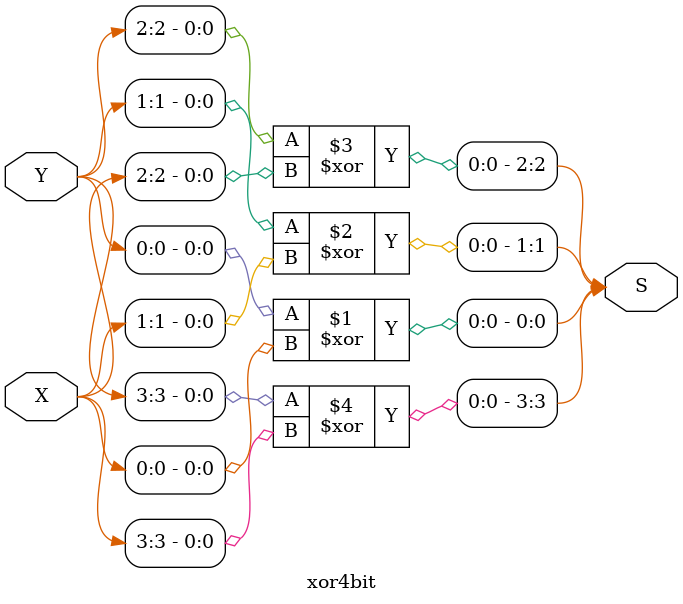
<source format=sv>
module xor4bit(X,Y,S);
  input logic [3:0] X;
  input logic [3:0] Y;

  output logic [3:0] S; 


  xor(S[0],Y[0],X[0]);
  xor(S[1],Y[1],X[1]);
  xor(S[2],Y[2],X[2]);
  xor(S[3],Y[3],X[3]);

endmodule
</source>
